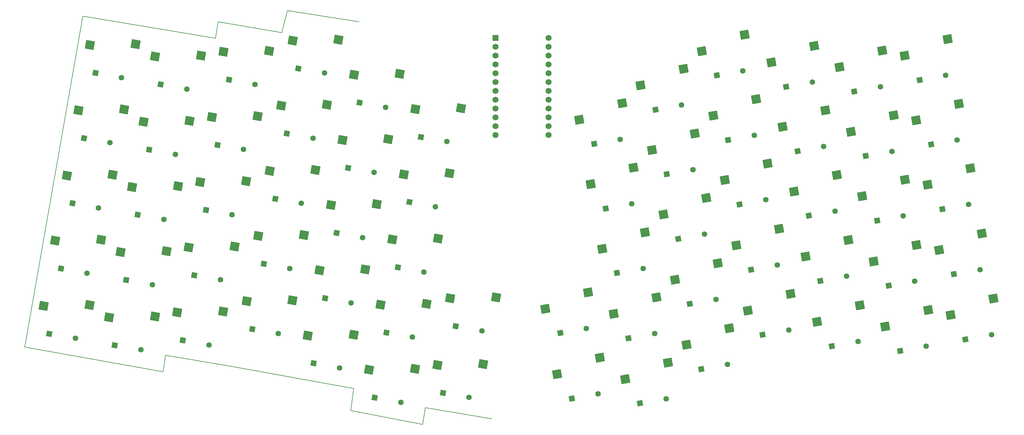
<source format=gbl>
%TF.GenerationSoftware,KiCad,Pcbnew,(6.0.8)*%
%TF.CreationDate,2023-02-18T20:03:01+07:00*%
%TF.ProjectId,test,74657374-2e6b-4696-9361-645f70636258,rev?*%
%TF.SameCoordinates,Original*%
%TF.FileFunction,Copper,L2,Bot*%
%TF.FilePolarity,Positive*%
%FSLAX46Y46*%
G04 Gerber Fmt 4.6, Leading zero omitted, Abs format (unit mm)*
G04 Created by KiCad (PCBNEW (6.0.8)) date 2023-02-18 20:03:01*
%MOMM*%
%LPD*%
G01*
G04 APERTURE LIST*
G04 Aperture macros list*
%AMHorizOval*
0 Thick line with rounded ends*
0 $1 width*
0 $2 $3 position (X,Y) of the first rounded end (center of the circle)*
0 $4 $5 position (X,Y) of the second rounded end (center of the circle)*
0 Add line between two ends*
20,1,$1,$2,$3,$4,$5,0*
0 Add two circle primitives to create the rounded ends*
1,1,$1,$2,$3*
1,1,$1,$4,$5*%
%AMRotRect*
0 Rectangle, with rotation*
0 The origin of the aperture is its center*
0 $1 length*
0 $2 width*
0 $3 Rotation angle, in degrees counterclockwise*
0 Add horizontal line*
21,1,$1,$2,0,0,$3*%
G04 Aperture macros list end*
%TA.AperFunction,NonConductor*%
%ADD10C,0.200000*%
%TD*%
%TA.AperFunction,SMDPad,CuDef*%
%ADD11RotRect,2.550000X2.500000X10.000000*%
%TD*%
%TA.AperFunction,SMDPad,CuDef*%
%ADD12RotRect,2.550000X2.500000X350.000000*%
%TD*%
%TA.AperFunction,ComponentPad*%
%ADD13RotRect,1.600000X1.600000X10.000000*%
%TD*%
%TA.AperFunction,ComponentPad*%
%ADD14HorizOval,1.600000X0.000000X0.000000X0.000000X0.000000X0*%
%TD*%
%TA.AperFunction,ComponentPad*%
%ADD15RotRect,1.600000X1.600000X350.000000*%
%TD*%
%TA.AperFunction,ComponentPad*%
%ADD16HorizOval,1.600000X0.000000X0.000000X0.000000X0.000000X0*%
%TD*%
%TA.AperFunction,ComponentPad*%
%ADD17C,1.752600*%
%TD*%
%TA.AperFunction,ComponentPad*%
%ADD18R,1.752600X1.752600*%
%TD*%
G04 APERTURE END LIST*
D10*
X72231250Y-156368750D02*
X53181250Y-153193750D01*
X107156250Y-162718750D02*
X72231250Y-156368750D01*
X52387500Y-157956250D02*
X12700000Y-150812500D01*
X108743750Y-57150000D02*
X88106250Y-53975000D01*
X88106250Y-53975000D02*
X86518750Y-60325000D01*
X86518750Y-60325000D02*
X68262500Y-57150000D01*
X106362500Y-169068750D02*
X107156250Y-162718750D01*
X127793750Y-168275000D02*
X127000000Y-173037500D01*
X127000000Y-173037500D02*
X106362500Y-169068750D01*
X68262500Y-57150000D02*
X67468750Y-61912500D01*
X146843750Y-171450000D02*
X127793750Y-168275000D01*
X12700000Y-150812500D02*
X29368750Y-55562500D01*
X67468750Y-61912500D02*
X29368750Y-55562500D01*
X53181250Y-153193750D02*
X52387500Y-157956250D01*
D11*
%TO.P,SW61,1,1*%
%TO.N,COL 9*%
X220376274Y-140265677D03*
%TO.P,SW61,2,2*%
%TO.N,Net-(D61-Pad2)*%
X232665817Y-135519515D03*
%TD*%
D12*
%TO.P,SW2,1,1*%
%TO.N,COL 1*%
X50151604Y-67194138D03*
%TO.P,SW2,2,2*%
%TO.N,Net-(D2-Pad2)*%
X63323281Y-66937476D03*
%TD*%
D13*
%TO.P,D34,1,K*%
%TO.N,ROW 2*%
X200422874Y-119611770D03*
D14*
%TO.P,D34,2,A*%
%TO.N,Net-(D34-Pad2)*%
X207927109Y-118288571D03*
%TD*%
D12*
%TO.P,SW19,1,1*%
%TO.N,COL 6*%
X134898936Y-136757682D03*
%TO.P,SW19,2,2*%
%TO.N,Net-(D19-Pad2)*%
X148070613Y-136501020D03*
%TD*%
D15*
%TO.P,D53,1,K*%
%TO.N,ROW 4*%
X38535994Y-150266666D03*
D16*
%TO.P,D53,2,A*%
%TO.N,Net-(D53-Pad2)*%
X46040229Y-151589865D03*
%TD*%
D11*
%TO.P,SW51,1,1*%
%TO.N,COL 12*%
X275334838Y-122837448D03*
%TO.P,SW51,2,2*%
%TO.N,Net-(D51-Pad2)*%
X287624381Y-118091286D03*
%TD*%
D13*
%TO.P,D61,1,K*%
%TO.N,ROW 4*%
X224641658Y-147258740D03*
D14*
%TO.P,D61,2,A*%
%TO.N,Net-(D61-Pad2)*%
X232145893Y-145935541D03*
%TD*%
D13*
%TO.P,D10,1,K*%
%TO.N,ROW 0*%
X231394214Y-75849810D03*
D14*
%TO.P,D10,2,A*%
%TO.N,Net-(D10-Pad2)*%
X238898449Y-74526611D03*
%TD*%
D13*
%TO.P,D59,1,K*%
%TO.N,ROW 4*%
X189436081Y-167007147D03*
D14*
%TO.P,D59,2,A*%
%TO.N,Net-(D59-Pad2)*%
X196940316Y-165683948D03*
%TD*%
D11*
%TO.P,SW20,1,1*%
%TO.N,COL 7*%
X175279784Y-103919927D03*
%TO.P,SW20,2,2*%
%TO.N,Net-(D20-Pad2)*%
X187569327Y-99173765D03*
%TD*%
%TO.P,SW47,1,1*%
%TO.N,COL 8*%
X199465488Y-131379292D03*
%TO.P,SW47,2,2*%
%TO.N,Net-(D47-Pad2)*%
X211755031Y-126633130D03*
%TD*%
D12*
%TO.P,SW52,1,1*%
%TO.N,COL 0*%
X18159025Y-138928490D03*
%TO.P,SW52,2,2*%
%TO.N,Net-(D52-Pad2)*%
X31330702Y-138671828D03*
%TD*%
D11*
%TO.P,SW24,1,1*%
%TO.N,COL 11*%
X249991335Y-88811877D03*
%TO.P,SW24,2,2*%
%TO.N,Net-(D24-Pad2)*%
X262280878Y-84065715D03*
%TD*%
D13*
%TO.P,D21,1,K*%
%TO.N,ROW 1*%
X197147956Y-101038788D03*
D14*
%TO.P,D21,2,A*%
%TO.N,Net-(D21-Pad2)*%
X204652191Y-99715589D03*
%TD*%
D11*
%TO.P,SW32,1,1*%
%TO.N,COL 6*%
X162258572Y-139777544D03*
%TO.P,SW32,2,2*%
%TO.N,Net-(D32-Pad2)*%
X174548115Y-135031382D03*
%TD*%
D15*
%TO.P,D40,1,K*%
%TO.N,ROW 3*%
X41843992Y-131506079D03*
D16*
%TO.P,D40,2,A*%
%TO.N,Net-(D40-Pad2)*%
X49348227Y-132829278D03*
%TD*%
D13*
%TO.P,D48,1,K*%
%TO.N,ROW 3*%
X221333660Y-128498153D03*
D14*
%TO.P,D48,2,A*%
%TO.N,Net-(D48-Pad2)*%
X228837895Y-127174954D03*
%TD*%
D15*
%TO.P,D2,1,K*%
%TO.N,ROW 0*%
X51767985Y-75224316D03*
D16*
%TO.P,D2,2,A*%
%TO.N,Net-(D2-Pad2)*%
X59272220Y-76547515D03*
%TD*%
D11*
%TO.P,SW49,1,1*%
%TO.N,COL 10*%
X236986663Y-124763297D03*
%TO.P,SW49,2,2*%
%TO.N,Net-(D49-Pad2)*%
X249276206Y-120017135D03*
%TD*%
%TO.P,SW10,1,1*%
%TO.N,COL 10*%
X227128830Y-68856746D03*
%TO.P,SW10,2,2*%
%TO.N,Net-(D10-Pad2)*%
X239418373Y-64110584D03*
%TD*%
D13*
%TO.P,D51,1,K*%
%TO.N,ROW 3*%
X279600222Y-129830512D03*
D14*
%TO.P,D51,2,A*%
%TO.N,Net-(D51-Pad2)*%
X287104457Y-128507313D03*
%TD*%
D15*
%TO.P,D41,1,K*%
%TO.N,ROW 3*%
X61431579Y-130123930D03*
D16*
%TO.P,D41,2,A*%
%TO.N,Net-(D41-Pad2)*%
X68935814Y-131447129D03*
%TD*%
D13*
%TO.P,D37,1,K*%
%TO.N,ROW 2*%
X257531636Y-114377923D03*
D14*
%TO.P,D37,2,A*%
%TO.N,Net-(D37-Pad2)*%
X265035871Y-113054724D03*
%TD*%
D11*
%TO.P,SW11,1,1*%
%TO.N,COL 11*%
X246716417Y-70238896D03*
%TO.P,SW11,2,2*%
%TO.N,Net-(D11-Pad2)*%
X259005960Y-65492734D03*
%TD*%
%TO.P,SW7,1,1*%
%TO.N,COL 7*%
X172004866Y-85346945D03*
%TO.P,SW7,2,2*%
%TO.N,Net-(D7-Pad2)*%
X184294409Y-80600783D03*
%TD*%
D13*
%TO.P,D35,1,K*%
%TO.N,ROW 2*%
X218025662Y-109737566D03*
D14*
%TO.P,D35,2,A*%
%TO.N,Net-(D35-Pad2)*%
X225529897Y-108414367D03*
%TD*%
D12*
%TO.P,SW40,1,1*%
%TO.N,COL 1*%
X40227611Y-123475901D03*
%TO.P,SW40,2,2*%
%TO.N,Net-(D40-Pad2)*%
X53399288Y-123219239D03*
%TD*%
D15*
%TO.P,D28,1,K*%
%TO.N,ROW 2*%
X64739577Y-111363342D03*
D16*
%TO.P,D28,2,A*%
%TO.N,Net-(D28-Pad2)*%
X72243812Y-112686541D03*
%TD*%
D11*
%TO.P,SW60,1,1*%
%TO.N,COL 8*%
X202773486Y-150139880D03*
%TO.P,SW60,2,2*%
%TO.N,Net-(D60-Pad2)*%
X215063029Y-145393718D03*
%TD*%
%TO.P,SW35,1,1*%
%TO.N,COL 9*%
X213760279Y-102744502D03*
%TO.P,SW35,2,2*%
%TO.N,Net-(D35-Pad2)*%
X226049822Y-97998340D03*
%TD*%
D13*
%TO.P,D60,1,K*%
%TO.N,ROW 4*%
X207038869Y-157132944D03*
D14*
%TO.P,D60,2,A*%
%TO.N,Net-(D60-Pad2)*%
X214543104Y-155809745D03*
%TD*%
D15*
%TO.P,D14,1,K*%
%TO.N,ROW 1*%
X48459987Y-93984904D03*
D16*
%TO.P,D14,2,A*%
%TO.N,Net-(D14-Pad2)*%
X55964222Y-95308103D03*
%TD*%
D15*
%TO.P,D52,1,K*%
%TO.N,ROW 4*%
X19775406Y-146958668D03*
D16*
%TO.P,D52,2,A*%
%TO.N,Net-(D52-Pad2)*%
X27279641Y-148281867D03*
%TD*%
D11*
%TO.P,SW12,1,1*%
%TO.N,COL 12*%
X265477005Y-66930898D03*
%TO.P,SW12,2,2*%
%TO.N,Net-(D12-Pad2)*%
X277766548Y-62184736D03*
%TD*%
D15*
%TO.P,D6,1,K*%
%TO.N,ROW 0*%
X126479536Y-90332366D03*
D16*
%TO.P,D6,2,A*%
%TO.N,Net-(D6-Pad2)*%
X133983771Y-91655565D03*
%TD*%
D12*
%TO.P,SW29,1,1*%
%TO.N,COL 3*%
X83041582Y-100074956D03*
%TO.P,SW29,2,2*%
%TO.N,Net-(D29-Pad2)*%
X96213259Y-99818294D03*
%TD*%
%TO.P,SW14,1,1*%
%TO.N,COL 1*%
X46843606Y-85954726D03*
%TO.P,SW14,2,2*%
%TO.N,Net-(D14-Pad2)*%
X60015283Y-85698064D03*
%TD*%
D13*
%TO.P,D64,1,K*%
%TO.N,ROW 4*%
X282908219Y-148591100D03*
D14*
%TO.P,D64,2,A*%
%TO.N,Net-(D64-Pad2)*%
X290412454Y-147267901D03*
%TD*%
D15*
%TO.P,D29,1,K*%
%TO.N,ROW 2*%
X84657964Y-108105134D03*
D16*
%TO.P,D29,2,A*%
%TO.N,Net-(D29-Pad2)*%
X92162199Y-109428333D03*
%TD*%
D15*
%TO.P,D57,1,K*%
%TO.N,ROW 4*%
X113247545Y-165374716D03*
D16*
%TO.P,D57,2,A*%
%TO.N,Net-(D57-Pad2)*%
X120751780Y-166697915D03*
%TD*%
D12*
%TO.P,SW13,1,1*%
%TO.N,COL 0*%
X28083018Y-82646728D03*
%TO.P,SW13,2,2*%
%TO.N,Net-(D13-Pad2)*%
X41254695Y-82390066D03*
%TD*%
D15*
%TO.P,D5,1,K*%
%TO.N,ROW 0*%
X108876748Y-80458163D03*
D16*
%TO.P,D5,2,A*%
%TO.N,Net-(D5-Pad2)*%
X116380983Y-81781362D03*
%TD*%
D15*
%TO.P,D15,1,K*%
%TO.N,ROW 1*%
X68047574Y-92602755D03*
D16*
%TO.P,D15,2,A*%
%TO.N,Net-(D15-Pad2)*%
X75551809Y-93925954D03*
%TD*%
D13*
%TO.P,D9,1,K*%
%TO.N,ROW 0*%
X211475827Y-72591602D03*
D14*
%TO.P,D9,2,A*%
%TO.N,Net-(D9-Pad2)*%
X218980062Y-71268403D03*
%TD*%
D11*
%TO.P,SW23,1,1*%
%TO.N,COL 10*%
X230403748Y-87429728D03*
%TO.P,SW23,2,2*%
%TO.N,Net-(D23-Pad2)*%
X242693291Y-82683566D03*
%TD*%
D12*
%TO.P,SW6,1,1*%
%TO.N,COL 5*%
X124863155Y-82302188D03*
%TO.P,SW6,2,2*%
%TO.N,Net-(D6-Pad2)*%
X138034832Y-82045526D03*
%TD*%
D13*
%TO.P,D63,1,K*%
%TO.N,ROW 4*%
X264147632Y-151899098D03*
D14*
%TO.P,D63,2,A*%
%TO.N,Net-(D63-Pad2)*%
X271651867Y-150575899D03*
%TD*%
D15*
%TO.P,D16,1,K*%
%TO.N,ROW 1*%
X87965961Y-89344547D03*
D16*
%TO.P,D16,2,A*%
%TO.N,Net-(D16-Pad2)*%
X95470196Y-90667746D03*
%TD*%
D13*
%TO.P,D22,1,K*%
%TO.N,ROW 1*%
X214750744Y-91164584D03*
D14*
%TO.P,D22,2,A*%
%TO.N,Net-(D22-Pad2)*%
X222254979Y-89841385D03*
%TD*%
D15*
%TO.P,D30,1,K*%
%TO.N,ROW 2*%
X102260752Y-117979338D03*
D16*
%TO.P,D30,2,A*%
%TO.N,Net-(D30-Pad2)*%
X109764987Y-119302537D03*
%TD*%
D12*
%TO.P,SW39,1,1*%
%TO.N,COL 0*%
X21467023Y-120167903D03*
%TO.P,SW39,2,2*%
%TO.N,Net-(D39-Pad2)*%
X34638700Y-119911241D03*
%TD*%
D13*
%TO.P,D32,1,K*%
%TO.N,ROW 2*%
X166523956Y-146770608D03*
D14*
%TO.P,D32,2,A*%
%TO.N,Net-(D32-Pad2)*%
X174028191Y-145447409D03*
%TD*%
D12*
%TO.P,SW53,1,1*%
%TO.N,COL 1*%
X36919613Y-142236488D03*
%TO.P,SW53,2,2*%
%TO.N,Net-(D53-Pad2)*%
X50091290Y-141979826D03*
%TD*%
%TO.P,SW3,1,1*%
%TO.N,COL 2*%
X69739191Y-65811989D03*
%TO.P,SW3,2,2*%
%TO.N,Net-(D3-Pad2)*%
X82910868Y-65555327D03*
%TD*%
D13*
%TO.P,D49,1,K*%
%TO.N,ROW 3*%
X241252047Y-131756361D03*
D14*
%TO.P,D49,2,A*%
%TO.N,Net-(D49-Pad2)*%
X248756282Y-130433162D03*
%TD*%
D15*
%TO.P,D55,1,K*%
%TO.N,ROW 4*%
X78041968Y-145626309D03*
D16*
%TO.P,D55,2,A*%
%TO.N,Net-(D55-Pad2)*%
X85546203Y-146949508D03*
%TD*%
D12*
%TO.P,SW1,1,1*%
%TO.N,COL 0*%
X31391016Y-63886140D03*
%TO.P,SW1,2,2*%
%TO.N,Net-(D1-Pad2)*%
X44562693Y-63629478D03*
%TD*%
D11*
%TO.P,SW37,1,1*%
%TO.N,COL 11*%
X253266253Y-107384859D03*
%TO.P,SW37,2,2*%
%TO.N,Net-(D37-Pad2)*%
X265555796Y-102638697D03*
%TD*%
D12*
%TO.P,SW17,1,1*%
%TO.N,COL 4*%
X103952369Y-91188572D03*
%TO.P,SW17,2,2*%
%TO.N,Net-(D17-Pad2)*%
X117124046Y-90931910D03*
%TD*%
%TO.P,SW27,1,1*%
%TO.N,COL 1*%
X43535608Y-104715314D03*
%TO.P,SW27,2,2*%
%TO.N,Net-(D27-Pad2)*%
X56707285Y-104458652D03*
%TD*%
D13*
%TO.P,D47,1,K*%
%TO.N,ROW 3*%
X203730871Y-138372356D03*
D14*
%TO.P,D47,2,A*%
%TO.N,Net-(D47-Pad2)*%
X211235106Y-137049157D03*
%TD*%
D12*
%TO.P,SW30,1,1*%
%TO.N,COL 4*%
X100644371Y-109949160D03*
%TO.P,SW30,2,2*%
%TO.N,Net-(D30-Pad2)*%
X113816048Y-109692498D03*
%TD*%
%TO.P,SW56,1,1*%
%TO.N,COL 4*%
X94028376Y-147470334D03*
%TO.P,SW56,2,2*%
%TO.N,Net-(D56-Pad2)*%
X107200053Y-147213672D03*
%TD*%
D15*
%TO.P,D45,1,K*%
%TO.N,ROW 3*%
X132835132Y-163992567D03*
D16*
%TO.P,D45,2,A*%
%TO.N,Net-(D45-Pad2)*%
X140339367Y-165315766D03*
%TD*%
D11*
%TO.P,SW58,1,1*%
%TO.N,COL 6*%
X165583110Y-158631934D03*
%TO.P,SW58,2,2*%
%TO.N,Net-(D58-Pad2)*%
X177872653Y-153885772D03*
%TD*%
%TO.P,SW21,1,1*%
%TO.N,COL 8*%
X192882573Y-94045724D03*
%TO.P,SW21,2,2*%
%TO.N,Net-(D21-Pad2)*%
X205172116Y-89299562D03*
%TD*%
%TO.P,SW25,1,1*%
%TO.N,COL 12*%
X268751923Y-85503880D03*
%TO.P,SW25,2,2*%
%TO.N,Net-(D25-Pad2)*%
X281041466Y-80757718D03*
%TD*%
%TO.P,SW59,1,1*%
%TO.N,COL 7*%
X185170697Y-160014084D03*
%TO.P,SW59,2,2*%
%TO.N,Net-(D59-Pad2)*%
X197460240Y-155267922D03*
%TD*%
D15*
%TO.P,D43,1,K*%
%TO.N,ROW 3*%
X98952754Y-136739926D03*
D16*
%TO.P,D43,2,A*%
%TO.N,Net-(D43-Pad2)*%
X106456989Y-138063125D03*
%TD*%
D13*
%TO.P,D23,1,K*%
%TO.N,ROW 1*%
X234669131Y-94422792D03*
D14*
%TO.P,D23,2,A*%
%TO.N,Net-(D23-Pad2)*%
X242173366Y-93099593D03*
%TD*%
D12*
%TO.P,SW54,1,1*%
%TO.N,COL 2*%
X56507200Y-140854339D03*
%TO.P,SW54,2,2*%
%TO.N,Net-(D54-Pad2)*%
X69678877Y-140597677D03*
%TD*%
%TO.P,SW4,1,1*%
%TO.N,COL 3*%
X89657578Y-62553781D03*
%TO.P,SW4,2,2*%
%TO.N,Net-(D4-Pad2)*%
X102829255Y-62297119D03*
%TD*%
D15*
%TO.P,D18,1,K*%
%TO.N,ROW 1*%
X123171538Y-109092954D03*
D16*
%TO.P,D18,2,A*%
%TO.N,Net-(D18-Pad2)*%
X130675773Y-110416153D03*
%TD*%
D15*
%TO.P,D44,1,K*%
%TO.N,ROW 3*%
X116555543Y-146614129D03*
D16*
%TO.P,D44,2,A*%
%TO.N,Net-(D44-Pad2)*%
X124059778Y-147937328D03*
%TD*%
D15*
%TO.P,D42,1,K*%
%TO.N,ROW 3*%
X81349966Y-126865722D03*
D16*
%TO.P,D42,2,A*%
%TO.N,Net-(D42-Pad2)*%
X88854201Y-128188921D03*
%TD*%
D13*
%TO.P,D33,1,K*%
%TO.N,ROW 2*%
X182820085Y-129485973D03*
D14*
%TO.P,D33,2,A*%
%TO.N,Net-(D33-Pad2)*%
X190324320Y-128162774D03*
%TD*%
D12*
%TO.P,SW41,1,1*%
%TO.N,COL 2*%
X59815198Y-122093752D03*
%TO.P,SW41,2,2*%
%TO.N,Net-(D41-Pad2)*%
X72986875Y-121837090D03*
%TD*%
%TO.P,SW28,1,1*%
%TO.N,COL 2*%
X63123196Y-103333164D03*
%TO.P,SW28,2,2*%
%TO.N,Net-(D28-Pad2)*%
X76294873Y-103076502D03*
%TD*%
%TO.P,SW31,1,1*%
%TO.N,COL 5*%
X118247159Y-119823363D03*
%TO.P,SW31,2,2*%
%TO.N,Net-(D31-Pad2)*%
X131418836Y-119566701D03*
%TD*%
D13*
%TO.P,D11,1,K*%
%TO.N,ROW 0*%
X250981801Y-77231959D03*
D14*
%TO.P,D11,2,A*%
%TO.N,Net-(D11-Pad2)*%
X258486036Y-75908760D03*
%TD*%
D13*
%TO.P,D24,1,K*%
%TO.N,ROW 1*%
X254256718Y-95804941D03*
D14*
%TO.P,D24,2,A*%
%TO.N,Net-(D24-Pad2)*%
X261760953Y-94481742D03*
%TD*%
D13*
%TO.P,D12,1,K*%
%TO.N,ROW 0*%
X269742388Y-73923962D03*
D14*
%TO.P,D12,2,A*%
%TO.N,Net-(D12-Pad2)*%
X277246623Y-72600763D03*
%TD*%
D13*
%TO.P,D62,1,K*%
%TO.N,ROW 4*%
X244560045Y-150516948D03*
D14*
%TO.P,D62,2,A*%
%TO.N,Net-(D62-Pad2)*%
X252064280Y-149193749D03*
%TD*%
D15*
%TO.P,D3,1,K*%
%TO.N,ROW 0*%
X71355572Y-73842167D03*
D16*
%TO.P,D3,2,A*%
%TO.N,Net-(D3-Pad2)*%
X78859807Y-75165366D03*
%TD*%
D15*
%TO.P,D39,1,K*%
%TO.N,ROW 3*%
X23083404Y-128198081D03*
D16*
%TO.P,D39,2,A*%
%TO.N,Net-(D39-Pad2)*%
X30587639Y-129521280D03*
%TD*%
D13*
%TO.P,D46,1,K*%
%TO.N,ROW 3*%
X186128083Y-148246560D03*
D14*
%TO.P,D46,2,A*%
%TO.N,Net-(D46-Pad2)*%
X193632318Y-146923361D03*
%TD*%
D12*
%TO.P,SW5,1,1*%
%TO.N,COL 4*%
X107260367Y-72427985D03*
%TO.P,SW5,2,2*%
%TO.N,Net-(D5-Pad2)*%
X120432044Y-72171323D03*
%TD*%
D11*
%TO.P,SW34,1,1*%
%TO.N,COL 8*%
X196157490Y-112618706D03*
%TO.P,SW34,2,2*%
%TO.N,Net-(D34-Pad2)*%
X208447033Y-107872544D03*
%TD*%
D13*
%TO.P,D58,1,K*%
%TO.N,ROW 4*%
X169848494Y-165624998D03*
D14*
%TO.P,D58,2,A*%
%TO.N,Net-(D58-Pad2)*%
X177352729Y-164301799D03*
%TD*%
D11*
%TO.P,SW9,1,1*%
%TO.N,COL 9*%
X207210443Y-65598539D03*
%TO.P,SW9,2,2*%
%TO.N,Net-(D9-Pad2)*%
X219499986Y-60852377D03*
%TD*%
D13*
%TO.P,D25,1,K*%
%TO.N,ROW 1*%
X273017306Y-92496944D03*
D14*
%TO.P,D25,2,A*%
%TO.N,Net-(D25-Pad2)*%
X280521541Y-91173745D03*
%TD*%
D15*
%TO.P,D26,1,K*%
%TO.N,ROW 2*%
X26391402Y-109437494D03*
D16*
%TO.P,D26,2,A*%
%TO.N,Net-(D26-Pad2)*%
X33895637Y-110760693D03*
%TD*%
D11*
%TO.P,SW62,1,1*%
%TO.N,COL 10*%
X240294661Y-143523884D03*
%TO.P,SW62,2,2*%
%TO.N,Net-(D62-Pad2)*%
X252584204Y-138777722D03*
%TD*%
D12*
%TO.P,SW44,1,1*%
%TO.N,COL 5*%
X114939162Y-138583951D03*
%TO.P,SW44,2,2*%
%TO.N,Net-(D44-Pad2)*%
X128110839Y-138327289D03*
%TD*%
D13*
%TO.P,D50,1,K*%
%TO.N,ROW 3*%
X260839634Y-133138510D03*
D14*
%TO.P,D50,2,A*%
%TO.N,Net-(D50-Pad2)*%
X268343869Y-131815311D03*
%TD*%
D15*
%TO.P,D13,1,K*%
%TO.N,ROW 1*%
X29699400Y-90676906D03*
D16*
%TO.P,D13,2,A*%
%TO.N,Net-(D13-Pad2)*%
X37203635Y-92000105D03*
%TD*%
D11*
%TO.P,SW22,1,1*%
%TO.N,COL 9*%
X210485361Y-84171520D03*
%TO.P,SW22,2,2*%
%TO.N,Net-(D22-Pad2)*%
X222774904Y-79425358D03*
%TD*%
%TO.P,SW38,1,1*%
%TO.N,COL 12*%
X272026841Y-104076861D03*
%TO.P,SW38,2,2*%
%TO.N,Net-(D38-Pad2)*%
X284316384Y-99330699D03*
%TD*%
D12*
%TO.P,SW57,1,1*%
%TO.N,COL 5*%
X111631164Y-157344538D03*
%TO.P,SW57,2,2*%
%TO.N,Net-(D57-Pad2)*%
X124802841Y-157087876D03*
%TD*%
D17*
%TO.P,U1,24,RAW*%
%TO.N,unconnected-(U1-Pad24)*%
X163195000Y-61835500D03*
%TO.P,U1,23,GND*%
%TO.N,unconnected-(U1-Pad23)*%
X163195000Y-64375500D03*
%TO.P,U1,22,RST*%
%TO.N,unconnected-(U1-Pad22)*%
X163195000Y-66915500D03*
%TO.P,U1,21,VCC*%
%TO.N,unconnected-(U1-Pad21)*%
X163195000Y-69455500D03*
%TO.P,U1,20,A3/PF4*%
%TO.N,unconnected-(U1-Pad20)*%
X163195000Y-71995500D03*
%TO.P,U1,19,A2/PF5*%
%TO.N,unconnected-(U1-Pad19)*%
X163195000Y-74535500D03*
%TO.P,U1,18,A1/PF6*%
%TO.N,unconnected-(U1-Pad18)*%
X163195000Y-77075500D03*
%TO.P,U1,17,A0/PF7*%
%TO.N,unconnected-(U1-Pad17)*%
X163195000Y-79615500D03*
%TO.P,U1,16,15/PB1*%
%TO.N,unconnected-(U1-Pad16)*%
X163195000Y-82155500D03*
%TO.P,U1,15,14/PB3*%
%TO.N,unconnected-(U1-Pad15)*%
X163195000Y-84695500D03*
%TO.P,U1,14,16/PB2*%
%TO.N,unconnected-(U1-Pad14)*%
X163195000Y-87235500D03*
%TO.P,U1,13,10/PB6*%
%TO.N,unconnected-(U1-Pad13)*%
X163195000Y-89775500D03*
%TO.P,U1,12,9/PB5*%
%TO.N,unconnected-(U1-Pad12)*%
X147955000Y-89775500D03*
%TO.P,U1,11,8/PB4*%
%TO.N,unconnected-(U1-Pad11)*%
X147955000Y-87235500D03*
%TO.P,U1,10,7/PE6*%
%TO.N,unconnected-(U1-Pad10)*%
X147955000Y-84695500D03*
%TO.P,U1,9,6/PD7*%
%TO.N,unconnected-(U1-Pad9)*%
X147955000Y-82155500D03*
%TO.P,U1,8,5/PC6*%
%TO.N,unconnected-(U1-Pad8)*%
X147955000Y-79615500D03*
%TO.P,U1,7,4/PD4*%
%TO.N,unconnected-(U1-Pad7)*%
X147955000Y-77075500D03*
%TO.P,U1,6,3/PD0*%
%TO.N,unconnected-(U1-Pad6)*%
X147955000Y-74535500D03*
%TO.P,U1,5,2/PD1*%
%TO.N,unconnected-(U1-Pad5)*%
X147955000Y-71995500D03*
%TO.P,U1,4,GND*%
%TO.N,unconnected-(U1-Pad4)*%
X147955000Y-69455500D03*
%TO.P,U1,3,GND*%
%TO.N,unconnected-(U1-Pad3)*%
X147955000Y-66915500D03*
%TO.P,U1,2,RX1/PD2*%
%TO.N,unconnected-(U1-Pad2)*%
X147955000Y-64375500D03*
D18*
%TO.P,U1,1,TX0/PD3*%
%TO.N,unconnected-(U1-Pad1)*%
X147955000Y-61835500D03*
%TD*%
D13*
%TO.P,D8,1,K*%
%TO.N,ROW 0*%
X193873038Y-82465806D03*
D14*
%TO.P,D8,2,A*%
%TO.N,Net-(D8-Pad2)*%
X201377273Y-81142607D03*
%TD*%
D13*
%TO.P,D20,1,K*%
%TO.N,ROW 1*%
X179545167Y-110912991D03*
D14*
%TO.P,D20,2,A*%
%TO.N,Net-(D20-Pad2)*%
X187049402Y-109589792D03*
%TD*%
D11*
%TO.P,SW64,1,1*%
%TO.N,COL 12*%
X278642836Y-141598036D03*
%TO.P,SW64,2,2*%
%TO.N,Net-(D64-Pad2)*%
X290932379Y-136851874D03*
%TD*%
D13*
%TO.P,D38,1,K*%
%TO.N,ROW 2*%
X276292224Y-111069925D03*
D14*
%TO.P,D38,2,A*%
%TO.N,Net-(D38-Pad2)*%
X283796459Y-109746726D03*
%TD*%
D15*
%TO.P,D31,1,K*%
%TO.N,ROW 2*%
X119863541Y-127853541D03*
D16*
%TO.P,D31,2,A*%
%TO.N,Net-(D31-Pad2)*%
X127367776Y-129176740D03*
%TD*%
D11*
%TO.P,SW63,1,1*%
%TO.N,COL 11*%
X259882248Y-144906034D03*
%TO.P,SW63,2,2*%
%TO.N,Net-(D63-Pad2)*%
X272171791Y-140159872D03*
%TD*%
D15*
%TO.P,D27,1,K*%
%TO.N,ROW 2*%
X45151990Y-112745492D03*
D16*
%TO.P,D27,2,A*%
%TO.N,Net-(D27-Pad2)*%
X52656225Y-114068691D03*
%TD*%
D11*
%TO.P,SW36,1,1*%
%TO.N,COL 10*%
X233678666Y-106002710D03*
%TO.P,SW36,2,2*%
%TO.N,Net-(D36-Pad2)*%
X245968209Y-101256548D03*
%TD*%
%TO.P,SW8,1,1*%
%TO.N,COL 8*%
X189607655Y-75472742D03*
%TO.P,SW8,2,2*%
%TO.N,Net-(D8-Pad2)*%
X201897198Y-70726580D03*
%TD*%
D12*
%TO.P,SW45,1,1*%
%TO.N,COL 6*%
X131218751Y-155962389D03*
%TO.P,SW45,2,2*%
%TO.N,Net-(D45-Pad2)*%
X144390428Y-155705727D03*
%TD*%
D11*
%TO.P,SW46,1,1*%
%TO.N,COL 7*%
X181862700Y-141253496D03*
%TO.P,SW46,2,2*%
%TO.N,Net-(D46-Pad2)*%
X194152243Y-136507334D03*
%TD*%
D15*
%TO.P,D56,1,K*%
%TO.N,ROW 4*%
X95644757Y-155500512D03*
D16*
%TO.P,D56,2,A*%
%TO.N,Net-(D56-Pad2)*%
X103148992Y-156823711D03*
%TD*%
D11*
%TO.P,SW50,1,1*%
%TO.N,COL 11*%
X256574251Y-126145446D03*
%TO.P,SW50,2,2*%
%TO.N,Net-(D50-Pad2)*%
X268863794Y-121399284D03*
%TD*%
%TO.P,SW33,1,1*%
%TO.N,COL 7*%
X178554702Y-122492909D03*
%TO.P,SW33,2,2*%
%TO.N,Net-(D33-Pad2)*%
X190844245Y-117746747D03*
%TD*%
D12*
%TO.P,SW55,1,1*%
%TO.N,COL 3*%
X76425587Y-137596131D03*
%TO.P,SW55,2,2*%
%TO.N,Net-(D55-Pad2)*%
X89597264Y-137339469D03*
%TD*%
%TO.P,SW43,1,1*%
%TO.N,COL 4*%
X97336373Y-128709748D03*
%TO.P,SW43,2,2*%
%TO.N,Net-(D43-Pad2)*%
X110508050Y-128453086D03*
%TD*%
D15*
%TO.P,D54,1,K*%
%TO.N,ROW 4*%
X58123581Y-148884517D03*
D16*
%TO.P,D54,2,A*%
%TO.N,Net-(D54-Pad2)*%
X65627816Y-150207716D03*
%TD*%
D13*
%TO.P,D36,1,K*%
%TO.N,ROW 2*%
X237944049Y-112995774D03*
D14*
%TO.P,D36,2,A*%
%TO.N,Net-(D36-Pad2)*%
X245448284Y-111672575D03*
%TD*%
D12*
%TO.P,SW16,1,1*%
%TO.N,COL 3*%
X86349580Y-81314369D03*
%TO.P,SW16,2,2*%
%TO.N,Net-(D16-Pad2)*%
X99521257Y-81057707D03*
%TD*%
D15*
%TO.P,D1,1,K*%
%TO.N,ROW 0*%
X33007397Y-71916318D03*
D16*
%TO.P,D1,2,A*%
%TO.N,Net-(D1-Pad2)*%
X40511632Y-73239517D03*
%TD*%
D12*
%TO.P,SW26,1,1*%
%TO.N,COL 0*%
X24775021Y-101407316D03*
%TO.P,SW26,2,2*%
%TO.N,Net-(D26-Pad2)*%
X37946698Y-101150654D03*
%TD*%
%TO.P,SW18,1,1*%
%TO.N,COL 5*%
X121555157Y-101062776D03*
%TO.P,SW18,2,2*%
%TO.N,Net-(D18-Pad2)*%
X134726834Y-100806114D03*
%TD*%
%TO.P,SW15,1,1*%
%TO.N,COL 2*%
X66431193Y-84572577D03*
%TO.P,SW15,2,2*%
%TO.N,Net-(D15-Pad2)*%
X79602870Y-84315915D03*
%TD*%
D15*
%TO.P,D4,1,K*%
%TO.N,ROW 0*%
X91273959Y-70583959D03*
D16*
%TO.P,D4,2,A*%
%TO.N,Net-(D4-Pad2)*%
X98778194Y-71907158D03*
%TD*%
D15*
%TO.P,D19,1,K*%
%TO.N,ROW 1*%
X136515317Y-144787860D03*
D16*
%TO.P,D19,2,A*%
%TO.N,Net-(D19-Pad2)*%
X144019552Y-146111059D03*
%TD*%
D12*
%TO.P,SW42,1,1*%
%TO.N,COL 3*%
X79733585Y-118835544D03*
%TO.P,SW42,2,2*%
%TO.N,Net-(D42-Pad2)*%
X92905262Y-118578882D03*
%TD*%
D13*
%TO.P,D7,1,K*%
%TO.N,ROW 0*%
X176270250Y-92340009D03*
D14*
%TO.P,D7,2,A*%
%TO.N,Net-(D7-Pad2)*%
X183774485Y-91016810D03*
%TD*%
D11*
%TO.P,SW48,1,1*%
%TO.N,COL 9*%
X217068276Y-121505089D03*
%TO.P,SW48,2,2*%
%TO.N,Net-(D48-Pad2)*%
X229357819Y-116758927D03*
%TD*%
D15*
%TO.P,D17,1,K*%
%TO.N,ROW 1*%
X105568750Y-99218750D03*
D16*
%TO.P,D17,2,A*%
%TO.N,Net-(D17-Pad2)*%
X113072985Y-100541949D03*
%TD*%
M02*

</source>
